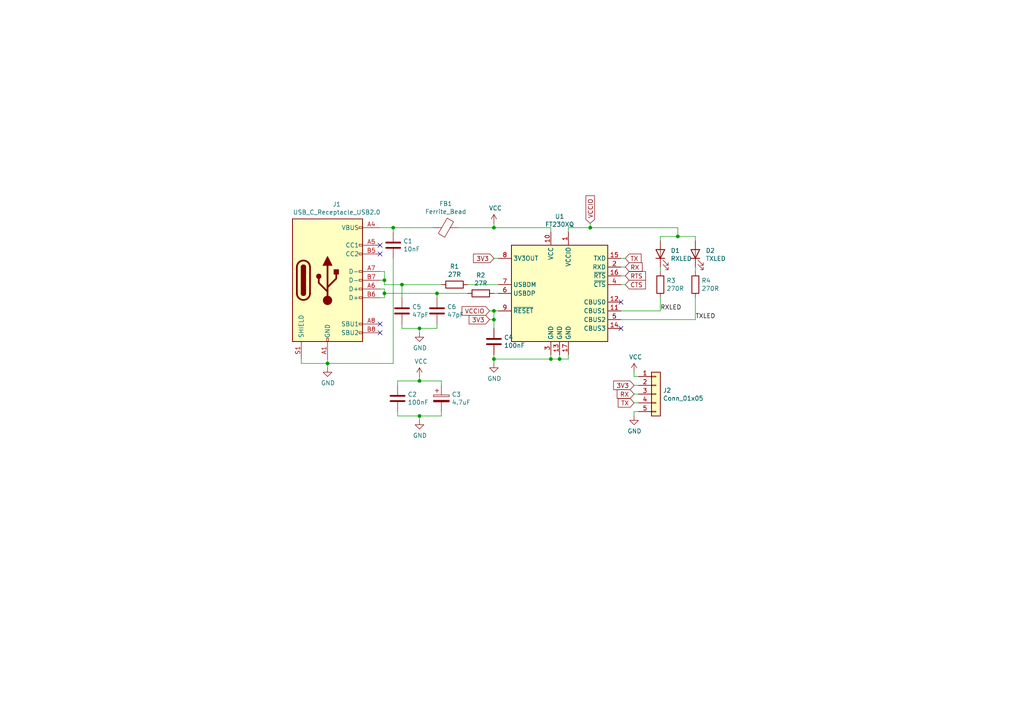
<source format=kicad_sch>
(kicad_sch (version 20230121) (generator eeschema)
  (paper "A4")
  (lib_symbols
    (symbol "Connector_Generic:Conn_01x05" (pin_names (offset 1.016) hide)
      (property "Reference" "J" (at 0 7.62 0))
      (property "Value" "Conn_01x05" (at 0 -7.62 0))
      (symbol "Conn_01x05_1_1"
        (rectangle (start -1.27 -4.953) (end 0 -5.207) (stroke (width 0.1524)))
        (rectangle (start -1.27 -2.413) (end 0 -2.667) (stroke (width 0.1524)))
        (rectangle (start -1.27 0.127) (end 0 -0.127) (stroke (width 0.1524)))
        (rectangle (start -1.27 2.667) (end 0 2.413) (stroke (width 0.1524)))
        (rectangle (start -1.27 5.207) (end 0 4.953) (stroke (width 0.1524)))
        (rectangle (start -1.27 6.35) (end 1.27 -6.35) (stroke (width 0.254)) (fill (type background)))
        (pin passive line (at -5.08 5.08 0) (length 3.81) (name "Pin_1") (number "1"))
        (pin passive line (at -5.08 2.54 0) (length 3.81) (name "Pin_2") (number "2"))
        (pin passive line (at -5.08 0 0) (length 3.81) (name "Pin_3") (number "3"))
        (pin passive line (at -5.08 -2.54 0) (length 3.81) (name "Pin_4") (number "4"))
        (pin passive line (at -5.08 -5.08 0) (length 3.81) (name "Pin_5") (number "5"))
      )
    )
    (symbol "Device:C" (pin_numbers hide) (pin_names (offset 0.254))
      (property "Reference" "C" (at 0.635 2.54 0))
      (property "Value" "C" (at 0.635 -2.54 0))
      (symbol "C_0_1"
        (polyline (pts (xy -2.032 -0.762) (xy 2.032 -0.762)) (stroke (width 0.508)))
        (polyline (pts (xy -2.032 0.762) (xy 2.032 0.762)) (stroke (width 0.508)))
      )
      (symbol "C_1_1"
        (pin passive line (at 0 3.81 270) (length 2.794) (name "~") (number "1"))
        (pin passive line (at 0 -3.81 90) (length 2.794) (name "~") (number "2"))
      )
    )
    (symbol "Device:LED" (pin_numbers hide) (pin_names (offset 1.016) hide)
      (property "Reference" "D" (at 0 2.54 0))
      (property "Value" "LED" (at 0 -2.54 0))
      (symbol "LED_0_1"
        (polyline (pts (xy -1.27 -1.27) (xy -1.27 1.27)) (stroke (width 0.254)))
        (polyline (pts (xy -1.27 0) (xy 1.27 0)))
        (polyline (pts (xy 1.27 -1.27) (xy 1.27 1.27) (xy -1.27 0) (xy 1.27 -1.27)) (stroke (width 0.254)))
        (polyline (pts (xy -3.048 -0.762) (xy -4.572 -2.286) (xy -3.81 -2.286) (xy -4.572 -2.286) (xy -4.572 -1.524)))
        (polyline (pts (xy -1.778 -0.762) (xy -3.302 -2.286) (xy -2.54 -2.286) (xy -3.302 -2.286) (xy -3.302 -1.524)))
      )
      (symbol "LED_1_1"
        (pin passive line (at -3.81 0 0) (length 2.54) (name "K") (number "1"))
        (pin passive line (at 3.81 0 180) (length 2.54) (name "A") (number "2"))
      )
    )
    (symbol "Device:R" (pin_numbers hide) (pin_names (offset 0))
      (property "Reference" "R" (at 2.032 0 90))
      (property "Value" "R" (at 0 0 90))
      (symbol "R_0_1"
        (rectangle (start -1.016 -2.54) (end 1.016 2.54) (stroke (width 0.254)))
      )
      (symbol "R_1_1"
        (pin passive line (at 0 3.81 270) (length 1.27) (name "~") (number "1"))
        (pin passive line (at 0 -3.81 90) (length 1.27) (name "~") (number "2"))
      )
    )
    (symbol "Interface_USB:FT230XQ"
      (property "Reference" "U" (at -13.97 15.24 0))
      (property "Value" "FT230XQ" (at 7.62 15.24 0))
      (symbol "FT230XQ_0_1"
        (rectangle (start -13.97 13.97) (end 13.97 -13.97) (stroke (width 0.254)) (fill (type background)))
      )
      (symbol "FT230XQ_1_1"
        (pin power_in line (at 2.54 17.78 270) (length 3.81) (name "VCCIO") (number "1"))
        (pin power_in line (at -2.54 17.78 270) (length 3.81) (name "VCC") (number "10"))
        (pin bidirectional line (at 17.78 -5.08 180) (length 3.81) (name "CBUS1") (number "11"))
        (pin bidirectional line (at 17.78 -2.54 180) (length 3.81) (name "CBUS0") (number "12"))
        (pin power_in line (at 0 -17.78 90) (length 3.81) (name "GND") (number "13"))
        (pin bidirectional line (at 17.78 -10.16 180) (length 3.81) (name "CBUS3") (number "14"))
        (pin output line (at 17.78 10.16 180) (length 3.81) (name "TXD") (number "15"))
        (pin output line (at 17.78 5.08 180) (length 3.81) (name "~{RTS}") (number "16"))
        (pin power_in line (at 2.54 -17.78 90) (length 3.81) (name "GND") (number "17"))
        (pin input line (at 17.78 7.62 180) (length 3.81) (name "RXD") (number "2"))
        (pin power_in line (at -2.54 -17.78 90) (length 3.81) (name "GND") (number "3"))
        (pin input line (at 17.78 2.54 180) (length 3.81) (name "~{CTS}") (number "4"))
        (pin bidirectional line (at 17.78 -7.62 180) (length 3.81) (name "CBUS2") (number "5"))
        (pin bidirectional line (at -17.78 0 0) (length 3.81) (name "USBDP") (number "6"))
        (pin bidirectional line (at -17.78 2.54 0) (length 3.81) (name "USBDM") (number "7"))
        (pin power_out line (at -17.78 10.16 0) (length 3.81) (name "3V3OUT") (number "8"))
        (pin input line (at -17.78 -5.08 0) (length 3.81) (name "~{RESET}") (number "9"))
      )
    )
    (symbol "darling-rescue:CP-Device" (pin_numbers hide) (pin_names (offset 0.254))
      (property "Reference" "C" (at 0.635 2.54 0))
      (property "Value" "Device_CP" (at 0.635 -2.54 0))
      (symbol "CP-Device_0_1"
        (rectangle (start -2.286 0.508) (end 2.286 1.016))
        (polyline (pts (xy -1.778 2.286) (xy -0.762 2.286)))
        (polyline (pts (xy -1.27 2.794) (xy -1.27 1.778)))
        (rectangle (start 2.286 -0.508) (end -2.286 -1.016) (fill (type outline)))
      )
      (symbol "CP-Device_1_1"
        (pin passive line (at 0 3.81 270) (length 2.794) (name "~") (number "1"))
        (pin passive line (at 0 -3.81 90) (length 2.794) (name "~") (number "2"))
      )
    )
    (symbol "darling-rescue:Ferrite_Bead-Device" (pin_numbers hide) (pin_names (offset 0))
      (property "Reference" "FB" (at -3.81 0.635 90))
      (property "Value" "Device_Ferrite_Bead" (at 3.81 0 90))
      (symbol "Ferrite_Bead-Device_0_1"
        (polyline (pts (xy 0 -1.27) (xy 0 -1.2192)))
        (polyline (pts (xy 0 1.27) (xy 0 1.2954)))
        (polyline (pts (xy -2.7686 0.4064) (xy -1.7018 2.2606) (xy 2.7686 -0.3048) (xy 1.6764 -2.159) (xy -2.7686 0.4064)))
      )
      (symbol "Ferrite_Bead-Device_1_1"
        (pin passive line (at 0 3.81 270) (length 2.54) (name "~") (number "1"))
        (pin passive line (at 0 -3.81 90) (length 2.54) (name "~") (number "2"))
      )
    )
    (symbol "darling-rescue:USB_C_Receptacle_USB2.0-Connector" (pin_names (offset 1.016))
      (property "Reference" "J" (at -10.16 19.05 0))
      (property "Value" "Connector_USB_C_Receptacle_USB2.0" (at 19.05 19.05 0))
      (symbol "USB_C_Receptacle_USB2.0-Connector_0_0"
        (rectangle (start -0.254 -17.78) (end 0.254 -16.764))
        (rectangle (start 10.16 -14.986) (end 9.144 -15.494))
        (rectangle (start 10.16 -12.446) (end 9.144 -12.954))
        (rectangle (start 10.16 -4.826) (end 9.144 -5.334))
        (rectangle (start 10.16 -2.286) (end 9.144 -2.794))
        (rectangle (start 10.16 0.254) (end 9.144 -0.254))
        (rectangle (start 10.16 2.794) (end 9.144 2.286))
        (rectangle (start 10.16 7.874) (end 9.144 7.366))
        (rectangle (start 10.16 10.414) (end 9.144 9.906))
        (rectangle (start 10.16 15.494) (end 9.144 14.986))
      )
      (symbol "USB_C_Receptacle_USB2.0-Connector_0_1"
        (rectangle (start -10.16 17.78) (end 10.16 -17.78) (stroke (width 0.254)) (fill (type background)))
        (arc (start -8.89 -3.81) (mid -6.985 -5.7067) (end -5.08 -3.81) (stroke (width 0.508)))
        (arc (start -7.62 -3.81) (mid -6.985 -4.4423) (end -6.35 -3.81) (stroke (width 0.254)))
        (arc (start -7.62 -3.81) (mid -6.985 -4.4423) (end -6.35 -3.81) (stroke (width 0.254)) (fill (type outline)))
        (rectangle (start -7.62 -3.81) (end -6.35 3.81) (stroke (width 0.254)) (fill (type outline)))
        (arc (start -6.35 3.81) (mid -6.985 4.4423) (end -7.62 3.81) (stroke (width 0.254)))
        (arc (start -6.35 3.81) (mid -6.985 4.4423) (end -7.62 3.81) (stroke (width 0.254)) (fill (type outline)))
        (arc (start -5.08 3.81) (mid -6.985 5.7067) (end -8.89 3.81) (stroke (width 0.508)))
        (circle (center -2.54 1.143) (radius 0.635) (stroke (width 0.254)) (fill (type outline)))
        (circle (center 0 -5.842) (radius 1.27) (fill (type outline)))
        (polyline (pts (xy -8.89 -3.81) (xy -8.89 3.81)) (stroke (width 0.508)))
        (polyline (pts (xy -5.08 3.81) (xy -5.08 -3.81)) (stroke (width 0.508)))
        (polyline (pts (xy 0 -5.842) (xy 0 4.318)) (stroke (width 0.508)))
        (polyline (pts (xy 0 -3.302) (xy -2.54 -0.762) (xy -2.54 0.508)) (stroke (width 0.508)))
        (polyline (pts (xy 0 -2.032) (xy 2.54 0.508) (xy 2.54 1.778)) (stroke (width 0.508)))
        (polyline (pts (xy -1.27 4.318) (xy 0 6.858) (xy 1.27 4.318) (xy -1.27 4.318)) (stroke (width 0.254)) (fill (type outline)))
        (rectangle (start 1.905 1.778) (end 3.175 3.048) (stroke (width 0.254)) (fill (type outline)))
      )
      (symbol "USB_C_Receptacle_USB2.0-Connector_1_1"
        (pin power_in line (at 0 -22.86 90) (length 5.08) (name "GND") (number "A1"))
        (pin passive line (at 0 -22.86 90) (length 5.08) hide (name "GND") (number "A12"))
        (pin power_in line (at 15.24 15.24 180) (length 5.08) (name "VBUS") (number "A4"))
        (pin bidirectional line (at 15.24 10.16 180) (length 5.08) (name "CC1") (number "A5"))
        (pin bidirectional line (at 15.24 -2.54 180) (length 5.08) (name "D+") (number "A6"))
        (pin bidirectional line (at 15.24 2.54 180) (length 5.08) (name "D-") (number "A7"))
        (pin bidirectional line (at 15.24 -12.7 180) (length 5.08) (name "SBU1") (number "A8"))
        (pin passive line (at 15.24 15.24 180) (length 5.08) hide (name "VBUS") (number "A9"))
        (pin passive line (at 0 -22.86 90) (length 5.08) hide (name "GND") (number "B1"))
        (pin passive line (at 0 -22.86 90) (length 5.08) hide (name "GND") (number "B12"))
        (pin passive line (at 15.24 15.24 180) (length 5.08) hide (name "VBUS") (number "B4"))
        (pin bidirectional line (at 15.24 7.62 180) (length 5.08) (name "CC2") (number "B5"))
        (pin bidirectional line (at 15.24 -5.08 180) (length 5.08) (name "D+") (number "B6"))
        (pin bidirectional line (at 15.24 0 180) (length 5.08) (name "D-") (number "B7"))
        (pin bidirectional line (at 15.24 -15.24 180) (length 5.08) (name "SBU2") (number "B8"))
        (pin passive line (at 15.24 15.24 180) (length 5.08) hide (name "VBUS") (number "B9"))
        (pin passive line (at -7.62 -22.86 90) (length 5.08) (name "SHIELD") (number "S1"))
      )
    )
    (symbol "power:GND" (power) (pin_names (offset 0))
      (property "Value" "GND" (at 0 -3.81 0))
      (symbol "GND_0_1"
        (polyline (pts (xy 0 0) (xy 0 -1.27) (xy 1.27 -1.27) (xy 0 -2.54) (xy -1.27 -1.27) (xy 0 -1.27)))
      )
      (symbol "GND_1_1"
        (pin power_in line (at 0 0 270) (length 0) hide (name "GND") (number "1"))
      )
    )
    (symbol "power:VCC" (power) (pin_names (offset 0))
      (property "Value" "VCC" (at 0 3.81 0))
      (symbol "VCC_0_1"
        (polyline (pts (xy -0.762 1.27) (xy 0 2.54)))
        (polyline (pts (xy 0 0) (xy 0 2.54)))
        (polyline (pts (xy 0 2.54) (xy 0.762 1.27)))
      )
      (symbol "VCC_1_1"
        (pin power_in line (at 0 0 90) (length 0) hide (name "VCC") (number "1"))
      )
    )
  )
  (junction (at 159.766 104.14))
  (junction (at 94.996 105.41))
  (junction (at 171.196 66.04))
  (junction (at 162.306 104.14))
  (junction (at 143.256 92.71))
  (junction (at 114.046 66.04))
  (junction (at 111.506 81.28))
  (junction (at 143.256 66.04))
  (junction (at 121.666 95.25))
  (junction (at 143.256 104.14))
  (junction (at 111.506 85.09))
  (junction (at 121.666 120.65))
  (junction (at 126.746 85.09))
  (junction (at 116.586 82.55))
  (junction (at 143.256 90.17))
  (junction (at 121.666 110.49))
  (junction (at 196.596 68.58))
  (no_connect (at 180.086 95.25))
  (no_connect (at 180.086 87.63))
  (no_connect (at 110.236 71.12))
  (no_connect (at 110.236 93.98))
  (no_connect (at 110.236 96.52))
  (no_connect (at 110.236 73.66))
  (wire (pts (xy 111.506 82.55) (xy 111.506 81.28)))
  (wire (pts (xy 191.516 90.17) (xy 191.516 86.36)))
  (wire (pts (xy 126.746 85.09) (xy 135.636 85.09)))
  (wire (pts (xy 164.846 104.14) (xy 164.846 102.87)))
  (wire (pts (xy 159.766 102.87) (xy 159.766 104.14)))
  (wire (pts (xy 185.166 116.84) (xy 183.896 116.84)))
  (wire (pts (xy 171.196 64.77) (xy 171.196 66.04)))
  (wire (pts (xy 116.586 82.55) (xy 128.016 82.55)))
  (wire (pts (xy 143.256 92.71) (xy 143.256 95.25)))
  (wire (pts (xy 191.516 68.58) (xy 196.596 68.58)))
  (wire (pts (xy 183.896 119.38) (xy 183.896 120.65)))
  (wire (pts (xy 164.846 67.31) (xy 164.846 66.04)))
  (wire (pts (xy 196.596 66.04) (xy 196.596 68.58)))
  (wire (pts (xy 111.506 86.36) (xy 110.236 86.36)))
  (wire (pts (xy 201.676 78.74) (xy 201.676 77.47)))
  (wire (pts (xy 185.166 119.38) (xy 183.896 119.38)))
  (wire (pts (xy 159.766 67.31) (xy 159.766 66.04)))
  (wire (pts (xy 94.996 106.68) (xy 94.996 105.41)))
  (wire (pts (xy 133.096 66.04) (xy 143.256 66.04)))
  (wire (pts (xy 116.586 95.25) (xy 116.586 93.98)))
  (wire (pts (xy 126.746 85.09) (xy 126.746 86.36)))
  (wire (pts (xy 180.086 90.17) (xy 191.516 90.17)))
  (wire (pts (xy 114.046 66.04) (xy 125.476 66.04)))
  (wire (pts (xy 116.586 95.25) (xy 121.666 95.25)))
  (wire (pts (xy 126.746 85.09) (xy 111.506 85.09)))
  (wire (pts (xy 185.166 114.3) (xy 183.896 114.3)))
  (wire (pts (xy 183.896 109.22) (xy 185.166 109.22)))
  (wire (pts (xy 128.016 120.65) (xy 128.016 119.38)))
  (wire (pts (xy 164.846 66.04) (xy 171.196 66.04)))
  (wire (pts (xy 115.316 111.76) (xy 115.316 110.49)))
  (wire (pts (xy 126.746 95.25) (xy 126.746 93.98)))
  (wire (pts (xy 141.986 92.71) (xy 143.256 92.71)))
  (wire (pts (xy 159.766 104.14) (xy 162.306 104.14)))
  (wire (pts (xy 111.506 81.28) (xy 111.506 78.74)))
  (wire (pts (xy 121.666 109.22) (xy 121.666 110.49)))
  (wire (pts (xy 114.046 67.31) (xy 114.046 66.04)))
  (wire (pts (xy 143.256 104.14) (xy 159.766 104.14)))
  (wire (pts (xy 110.236 66.04) (xy 114.046 66.04)))
  (wire (pts (xy 114.046 105.41) (xy 94.996 105.41)))
  (wire (pts (xy 171.196 66.04) (xy 196.596 66.04)))
  (wire (pts (xy 196.596 68.58) (xy 201.676 68.58)))
  (wire (pts (xy 143.256 102.87) (xy 143.256 104.14)))
  (wire (pts (xy 115.316 119.38) (xy 115.316 120.65)))
  (wire (pts (xy 201.676 68.58) (xy 201.676 69.85)))
  (wire (pts (xy 111.506 78.74) (xy 110.236 78.74)))
  (wire (pts (xy 144.526 74.93) (xy 143.256 74.93)))
  (wire (pts (xy 144.526 85.09) (xy 143.256 85.09)))
  (wire (pts (xy 143.256 90.17) (xy 141.986 90.17)))
  (wire (pts (xy 111.506 85.09) (xy 111.506 86.36)))
  (wire (pts (xy 180.086 80.01) (xy 181.356 80.01)))
  (wire (pts (xy 111.506 83.82) (xy 111.506 85.09)))
  (wire (pts (xy 114.046 74.93) (xy 114.046 105.41)))
  (wire (pts (xy 121.666 120.65) (xy 128.016 120.65)))
  (wire (pts (xy 180.086 92.71) (xy 201.676 92.71)))
  (wire (pts (xy 201.676 92.71) (xy 201.676 86.36)))
  (wire (pts (xy 162.306 104.14) (xy 164.846 104.14)))
  (wire (pts (xy 144.526 90.17) (xy 143.256 90.17)))
  (wire (pts (xy 143.256 66.04) (xy 159.766 66.04)))
  (wire (pts (xy 121.666 121.92) (xy 121.666 120.65)))
  (wire (pts (xy 115.316 110.49) (xy 121.666 110.49)))
  (wire (pts (xy 191.516 78.74) (xy 191.516 77.47)))
  (wire (pts (xy 135.636 82.55) (xy 144.526 82.55)))
  (wire (pts (xy 185.166 111.76) (xy 183.896 111.76)))
  (wire (pts (xy 121.666 96.52) (xy 121.666 95.25)))
  (wire (pts (xy 191.516 69.85) (xy 191.516 68.58)))
  (wire (pts (xy 115.316 120.65) (xy 121.666 120.65)))
  (wire (pts (xy 121.666 110.49) (xy 128.016 110.49)))
  (wire (pts (xy 121.666 95.25) (xy 126.746 95.25)))
  (wire (pts (xy 87.376 104.14) (xy 87.376 105.41)))
  (wire (pts (xy 94.996 105.41) (xy 94.996 104.14)))
  (wire (pts (xy 111.506 82.55) (xy 116.586 82.55)))
  (wire (pts (xy 110.236 83.82) (xy 111.506 83.82)))
  (wire (pts (xy 162.306 104.14) (xy 162.306 102.87)))
  (wire (pts (xy 180.086 82.55) (xy 181.356 82.55)))
  (wire (pts (xy 143.256 64.77) (xy 143.256 66.04)))
  (wire (pts (xy 180.086 74.93) (xy 181.356 74.93)))
  (wire (pts (xy 143.256 92.71) (xy 143.256 90.17)))
  (wire (pts (xy 143.256 105.41) (xy 143.256 104.14)))
  (wire (pts (xy 183.896 107.95) (xy 183.896 109.22)))
  (wire (pts (xy 128.016 110.49) (xy 128.016 111.76)))
  (wire (pts (xy 180.086 77.47) (xy 181.356 77.47)))
  (wire (pts (xy 87.376 105.41) (xy 94.996 105.41)))
  (wire (pts (xy 110.236 81.28) (xy 111.506 81.28)))
  (wire (pts (xy 116.586 86.36) (xy 116.586 82.55)))
  (label "TXLED" (at 201.676 92.71 0))
  (label "RXLED" (at 191.516 90.17 0))
  (global_label "TX" (shape input) (at 181.356 74.93 0) (property "Intersheetrefs" "${INTERSHEET_REFS}" (effects hide)))
  (global_label "VCCIO" (shape input) (at 141.986 90.17 180) (property "Intersheetrefs" "${INTERSHEET_REFS}" (effects hide)))
  (global_label "RTS" (shape input) (at 181.356 80.01 0) (property "Intersheetrefs" "${INTERSHEET_REFS}" (effects hide)))
  (global_label "RX" (shape input) (at 181.356 77.47 0) (property "Intersheetrefs" "${INTERSHEET_REFS}" (effects hide)))
  (global_label "RX" (shape input) (at 183.896 114.3 180) (property "Intersheetrefs" "${INTERSHEET_REFS}" (effects hide)))
  (global_label "3V3" (shape input) (at 141.986 92.71 180) (property "Intersheetrefs" "${INTERSHEET_REFS}" (effects hide)))
  (global_label "CTS" (shape input) (at 181.356 82.55 0) (property "Intersheetrefs" "${INTERSHEET_REFS}" (effects hide)))
  (global_label "3V3" (shape input) (at 143.256 74.93 180) (property "Intersheetrefs" "${INTERSHEET_REFS}" (effects hide)))
  (global_label "3V3" (shape input) (at 183.896 111.76 180) (property "Intersheetrefs" "${INTERSHEET_REFS}" (effects hide)))
  (global_label "TX" (shape input) (at 183.896 116.84 180) (property "Intersheetrefs" "${INTERSHEET_REFS}" (effects hide)))
  (global_label "VCCIO" (shape input) (at 171.196 64.77 90) (property "Intersheetrefs" "${INTERSHEET_REFS}" (effects hide)))
  (symbol (lib_id "Device:C") (at 126.746 90.17 0) (unit 1)
    (property "Reference" "C6" (at 129.667 89.0016 0) (effects (justify left)))
    (property "Value" "47pF" (at 129.667 91.313 0) (effects (justify left)))
    (property "Footprint" "Capacitor_SMD:C_0402_1005Metric" (effects hide))
    (instances (project "darling" (path "" (reference "C6") (unit 1))) (project "VooDoo 4x PCIe" (path "" (reference "C45") (unit 1))))
  )
  (symbol (lib_id "power:GND") (at 121.666 121.92 0) (unit 1)
    (property "Reference" "#PWR0103" (effects hide))
    (property "Value" "GND" (at 121.793 126.3142 0))
    (instances (project "darling" (path "" (reference "#PWR0103") (unit 1))) (project "VooDoo 4x PCIe" (path "" (reference "#PWR020") (unit 1))))
  )
  (symbol (lib_id "darling-rescue:Ferrite_Bead-Device") (at 129.286 66.04 270) (unit 1)
    (property "Reference" "FB1" (at 129.286 59.0804 90))
    (property "Value" "Ferrite_Bead" (at 129.286 61.3918 90))
    (property "Footprint" "Inductor_SMD:L_0805_2012Metric_Pad1.15x1.40mm_HandSolder" (effects hide))
  )
  (symbol (lib_id "Device:LED") (at 201.676 73.66 90) (unit 1)
    (property "Reference" "D2" (at 204.6732 72.6948 90) (effects (justify right)))
    (property "Value" "TXLED" (at 204.6732 75.0062 90) (effects (justify right)))
    (property "Footprint" "LED_SMD:LED_0603_1608Metric_Pad1.05x0.95mm_HandSolder" (effects hide))
  )
  (symbol (lib_id "power:VCC") (at 183.896 107.95 0) (unit 1)
    (property "Reference" "#PWR0108" (effects hide))
    (property "Value" "VCC" (at 184.3278 103.5558 0))
    (instances (project "darling" (path "" (reference "#PWR0108") (unit 1))) (project "VooDoo 4x PCIe" (path "" (reference "#PWR023") (unit 1))))
  )
  (symbol (lib_id "Device:R") (at 139.446 85.09 90) (unit 1)
    (property "Reference" "R2" (at 139.446 79.8322 90))
    (property "Value" "27R" (at 139.446 82.1436 90))
    (property "Footprint" "Resistor_SMD:R_0402_1005Metric" (effects hide))
    (instances (project "darling" (path "" (reference "R2") (unit 1))) (project "VooDoo 4x PCIe" (path "" (reference "R18") (unit 1))))
  )
  (symbol (lib_id "Connector_Generic:Conn_01x05") (at 190.246 114.3 0) (unit 1)
    (property "Reference" "J2" (at 192.278 113.2332 0) (effects (justify left)))
    (property "Value" "Conn_01x05" (at 192.278 115.5446 0) (effects (justify left)))
    (property "Footprint" "Connector_PinHeader_2.54mm:PinHeader_1x05_P2.54mm_Vertical" (effects hide))
    (instances (project "darling" (path "" (reference "J2") (unit 1))) (project "VooDoo 4x PCIe" (path "" (reference "J3") (unit 1))))
  )
  (symbol (lib_id "Device:R") (at 191.516 82.55 0) (unit 1)
    (property "Reference" "R3" (at 193.294 81.3816 0) (effects (justify left)))
    (property "Value" "270R" (at 193.294 83.693 0) (effects (justify left)))
    (property "Footprint" "Resistor_SMD:R_0402_1005Metric" (effects hide))
    (instances (project "darling" (path "" (reference "R3") (unit 1))) (project "VooDoo 4x PCIe" (path "" (reference "R19") (unit 1))))
  )
  (symbol (lib_id "power:GND") (at 121.666 96.52 0) (unit 1)
    (property "Reference" "#PWR0106" (effects hide))
    (property "Value" "GND" (at 121.793 100.9142 0))
    (instances (project "darling" (path "" (reference "#PWR0106") (unit 1))) (project "VooDoo 4x PCIe" (path "" (reference "#PWR018") (unit 1))))
  )
  (symbol (lib_id "Device:LED") (at 191.516 73.66 90) (unit 1)
    (property "Reference" "D1" (at 194.5132 72.6948 90) (effects (justify right)))
    (property "Value" "RXLED" (at 194.5132 75.0062 90) (effects (justify right)))
    (property "Footprint" "LED_SMD:LED_0603_1608Metric_Pad1.05x0.95mm_HandSolder" (effects hide))
  )
  (symbol (lib_id "Device:C") (at 115.316 115.57 0) (unit 1)
    (property "Reference" "C2" (at 118.237 114.4016 0) (effects (justify left)))
    (property "Value" "100nF" (at 118.237 116.713 0) (effects (justify left)))
    (property "Footprint" "Capacitor_SMD:C_0402_1005Metric" (effects hide))
    (instances (project "darling" (path "" (reference "C2") (unit 1))) (project "VooDoo 4x PCIe" (path "" (reference "C43") (unit 1))))
  )
  (symbol (lib_id "darling-rescue:USB_C_Receptacle_USB2.0-Connector") (at 94.996 81.28 0) (unit 1)
    (property "Reference" "J1" (at 97.663 59.2582 0))
    (property "Value" "USB_C_Receptacle_USB2.0" (at 97.663 61.5696 0))
    (property "Footprint" "DOWNLOADED:MOLEX_1054550101" (effects hide))
    (property "Datasheet" "https://www.usb.org/sites/default/files/documents/usb_type-c.zip" (effects hide))
    (instances (project "darling" (path "" (reference "J1") (unit 1))) (project "VooDoo 4x PCIe" (path "" (reference "J2") (unit 1))))
  )
  (symbol (lib_id "Device:R") (at 131.826 82.55 270) (unit 1)
    (property "Reference" "R1" (at 131.826 77.2922 90))
    (property "Value" "27R" (at 131.826 79.6036 90))
    (property "Footprint" "Resistor_SMD:R_0402_1005Metric" (effects hide))
    (instances (project "darling" (path "" (reference "R1") (unit 1))) (project "VooDoo 4x PCIe" (path "" (reference "R17") (unit 1))))
  )
  (symbol (lib_id "Device:C") (at 143.256 99.06 0) (unit 1)
    (property "Reference" "C4" (at 146.177 97.8916 0) (effects (justify left)))
    (property "Value" "100nF" (at 146.177 100.203 0) (effects (justify left)))
    (property "Footprint" "Capacitor_SMD:C_0402_1005Metric" (effects hide))
    (instances (project "darling" (path "" (reference "C4") (unit 1))) (project "VooDoo 4x PCIe" (path "" (reference "C47") (unit 1))))
  )
  (symbol (lib_id "Device:C") (at 116.586 90.17 0) (unit 1)
    (property "Reference" "C5" (at 119.507 89.0016 0) (effects (justify left)))
    (property "Value" "47pF" (at 119.507 91.313 0) (effects (justify left)))
    (property "Footprint" "Capacitor_SMD:C_0402_1005Metric" (effects hide))
    (instances (project "darling" (path "" (reference "C5") (unit 1))) (project "VooDoo 4x PCIe" (path "" (reference "C44") (unit 1))))
  )
  (symbol (lib_id "darling-rescue:CP-Device") (at 128.016 115.57 0) (unit 1)
    (property "Reference" "C3" (at 131.0132 114.4016 0) (effects (justify left)))
    (property "Value" "4.7uF" (at 131.0132 116.713 0) (effects (justify left)))
    (property "Footprint" "Capacitor_SMD:C_0402_1005Metric" (effects hide))
    (instances (project "darling" (path "" (reference "C3") (unit 1))) (project "VooDoo 4x PCIe" (path "" (reference "C46") (unit 1))))
  )
  (symbol (lib_id "power:GND") (at 143.256 105.41 0) (unit 1)
    (property "Reference" "#PWR0101" (effects hide))
    (property "Value" "GND" (at 143.383 109.8042 0))
    (instances (project "darling" (path "" (reference "#PWR0101") (unit 1))) (project "VooDoo 4x PCIe" (path "" (reference "#PWR022") (unit 1))))
  )
  (symbol (lib_id "power:GND") (at 183.896 120.65 0) (unit 1)
    (property "Reference" "#PWR0107" (effects hide))
    (property "Value" "GND" (at 184.023 125.0442 0))
    (instances (project "darling" (path "" (reference "#PWR0107") (unit 1))) (project "VooDoo 4x PCIe" (path "" (reference "#PWR024") (unit 1))))
  )
  (symbol (lib_id "Interface_USB:FT230XQ") (at 162.306 85.09 0) (unit 1)
    (property "Reference" "U1" (at 162.306 62.7888 0))
    (property "Value" "FT230XQ" (at 162.306 65.1002 0))
    (property "Footprint" "Package_DFN_QFN:QFN-16-1EP_4x4mm_P0.65mm_EP2.5x2.5mm" (effects hide))
    (property "Datasheet" "http://www.ftdichip.com/Products/ICs/FT230X.html" (effects hide))
    (instances (project "darling" (path "" (reference "U1") (unit 1))) (project "VooDoo 4x PCIe" (path "" (reference "U10") (unit 1))))
  )
  (symbol (lib_id "Device:R") (at 201.676 82.55 0) (unit 1)
    (property "Reference" "R4" (at 203.454 81.3816 0) (effects (justify left)))
    (property "Value" "270R" (at 203.454 83.693 0) (effects (justify left)))
    (property "Footprint" "Resistor_SMD:R_0402_1005Metric" (effects hide))
    (instances (project "darling" (path "" (reference "R4") (unit 1))) (project "VooDoo 4x PCIe" (path "" (reference "R20") (unit 1))))
  )
  (symbol (lib_id "Device:C") (at 114.046 71.12 0) (unit 1)
    (property "Reference" "C1" (at 116.967 69.9516 0) (effects (justify left)))
    (property "Value" "10nF" (at 116.967 72.263 0) (effects (justify left)))
    (property "Footprint" "Capacitor_SMD:C_0402_1005Metric" (effects hide))
    (instances (project "darling" (path "" (reference "C1") (unit 1))) (project "VooDoo 4x PCIe" (path "" (reference "C42") (unit 1))))
  )
  (symbol (lib_id "power:VCC") (at 121.666 109.22 0) (unit 1)
    (property "Reference" "#PWR0102" (effects hide))
    (property "Value" "VCC" (at 122.0978 104.8258 0))
    (instances (project "darling" (path "" (reference "#PWR0102") (unit 1))) (project "VooDoo 4x PCIe" (path "" (reference "#PWR019") (unit 1))))
  )
  (symbol (lib_id "power:GND") (at 94.996 106.68 0) (unit 1)
    (property "Reference" "#PWR0104" (effects hide))
    (property "Value" "GND" (at 95.123 111.0742 0))
    (instances (project "darling" (path "" (reference "#PWR0104") (unit 1))) (project "VooDoo 4x PCIe" (path "" (reference "#PWR03") (unit 1))))
  )
  (symbol (lib_id "power:VCC") (at 143.256 64.77 0) (unit 1)
    (property "Reference" "#PWR0105" (effects hide))
    (property "Value" "VCC" (at 143.6878 60.3758 0))
    (instances (project "darling" (path "" (reference "#PWR0105") (unit 1))) (project "VooDoo 4x PCIe" (path "" (reference "#PWR021") (unit 1))))
  )
)
</source>
